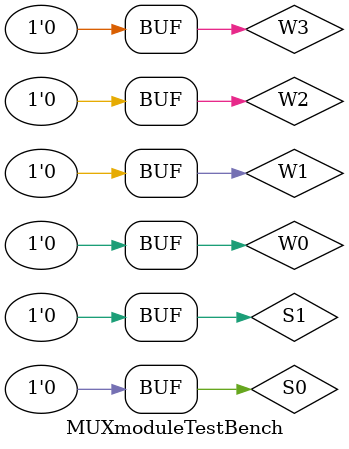
<source format=v>
`timescale 1ns / 1ps


module MUXmoduleTestBench;

	// Inputs
	reg W3;
	reg W2;
	reg W1;
	reg W0;
	reg S1;
	reg S0;

	// Outputs
	wire y;

	// Instantiate the Unit Under Test (UUT)
	MUXmodule uut (
		.W3(W3), 
		.W2(W2), 
		.W1(W1), 
		.W0(W0), 
		.S1(S1), 
		.S0(S0), 
		.y(y)
	);

	initial begin
		// Initialize Inputs
		W3 = 0;
		W2 = 0;
		W1 = 0;
		W0 = 0;
		S1 = 0;
		S0 = 0;

		// Wait 100 ns for global reset to finish
		#100;
        
		// Add stimulus here

	end
      
endmodule


</source>
